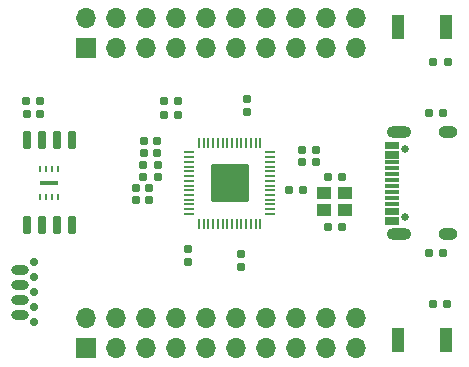
<source format=gts>
%TF.GenerationSoftware,KiCad,Pcbnew,(6.0.1)*%
%TF.CreationDate,2022-02-09T15:48:38+01:00*%
%TF.ProjectId,rp2040,72703230-3430-42e6-9b69-6361645f7063,rev?*%
%TF.SameCoordinates,PX8917370PY699e930*%
%TF.FileFunction,Soldermask,Top*%
%TF.FilePolarity,Negative*%
%FSLAX46Y46*%
G04 Gerber Fmt 4.6, Leading zero omitted, Abs format (unit mm)*
G04 Created by KiCad (PCBNEW (6.0.1)) date 2022-02-09 15:48:38*
%MOMM*%
%LPD*%
G01*
G04 APERTURE LIST*
G04 Aperture macros list*
%AMRoundRect*
0 Rectangle with rounded corners*
0 $1 Rounding radius*
0 $2 $3 $4 $5 $6 $7 $8 $9 X,Y pos of 4 corners*
0 Add a 4 corners polygon primitive as box body*
4,1,4,$2,$3,$4,$5,$6,$7,$8,$9,$2,$3,0*
0 Add four circle primitives for the rounded corners*
1,1,$1+$1,$2,$3*
1,1,$1+$1,$4,$5*
1,1,$1+$1,$6,$7*
1,1,$1+$1,$8,$9*
0 Add four rect primitives between the rounded corners*
20,1,$1+$1,$2,$3,$4,$5,0*
20,1,$1+$1,$4,$5,$6,$7,0*
20,1,$1+$1,$6,$7,$8,$9,0*
20,1,$1+$1,$8,$9,$2,$3,0*%
G04 Aperture macros list end*
%ADD10RoundRect,0.155000X-0.212500X-0.155000X0.212500X-0.155000X0.212500X0.155000X-0.212500X0.155000X0*%
%ADD11RoundRect,0.050000X0.050000X-0.387500X0.050000X0.387500X-0.050000X0.387500X-0.050000X-0.387500X0*%
%ADD12RoundRect,0.050000X0.387500X-0.050000X0.387500X0.050000X-0.387500X0.050000X-0.387500X-0.050000X0*%
%ADD13RoundRect,0.144000X1.456000X-1.456000X1.456000X1.456000X-1.456000X1.456000X-1.456000X-1.456000X0*%
%ADD14RoundRect,0.155000X0.212500X0.155000X-0.212500X0.155000X-0.212500X-0.155000X0.212500X-0.155000X0*%
%ADD15R,1.000000X2.000000*%
%ADD16RoundRect,0.160000X0.197500X0.160000X-0.197500X0.160000X-0.197500X-0.160000X0.197500X-0.160000X0*%
%ADD17RoundRect,0.155000X0.155000X-0.212500X0.155000X0.212500X-0.155000X0.212500X-0.155000X-0.212500X0*%
%ADD18RoundRect,0.155000X-0.155000X0.212500X-0.155000X-0.212500X0.155000X-0.212500X0.155000X0.212500X0*%
%ADD19C,0.650000*%
%ADD20R,1.150000X0.300000*%
%ADD21O,1.600000X1.000000*%
%ADD22O,2.100000X1.000000*%
%ADD23R,0.250000X0.600000*%
%ADD24RoundRect,0.150000X0.150000X-0.650000X0.150000X0.650000X-0.150000X0.650000X-0.150000X-0.650000X0*%
%ADD25R,1.600000X0.400000*%
%ADD26R,1.700000X1.700000*%
%ADD27O,1.700000X1.700000*%
%ADD28R,1.150000X1.000000*%
%ADD29C,0.700000*%
%ADD30O,1.500000X0.800000*%
%ADD31RoundRect,0.160000X-0.197500X-0.160000X0.197500X-0.160000X0.197500X0.160000X-0.197500X0.160000X0*%
G04 APERTURE END LIST*
D10*
%TO.C,C7*%
X25682500Y18300000D03*
X26817500Y18300000D03*
%TD*%
D11*
%TO.C,U3*%
X16950000Y12062500D03*
X17350000Y12062500D03*
X17750000Y12062500D03*
X18150000Y12062500D03*
X18550000Y12062500D03*
X18950000Y12062500D03*
X19350000Y12062500D03*
X19750000Y12062500D03*
X20150000Y12062500D03*
X20550000Y12062500D03*
X20950000Y12062500D03*
X21350000Y12062500D03*
X21750000Y12062500D03*
X22150000Y12062500D03*
D12*
X22987500Y12900000D03*
X22987500Y13300000D03*
X22987500Y13700000D03*
X22987500Y14100000D03*
X22987500Y14500000D03*
X22987500Y14900000D03*
X22987500Y15300000D03*
X22987500Y15700000D03*
X22987500Y16100000D03*
X22987500Y16500000D03*
X22987500Y16900000D03*
X22987500Y17300000D03*
X22987500Y17700000D03*
X22987500Y18100000D03*
D11*
X22150000Y18937500D03*
X21750000Y18937500D03*
X21350000Y18937500D03*
X20950000Y18937500D03*
X20550000Y18937500D03*
X20150000Y18937500D03*
X19750000Y18937500D03*
X19350000Y18937500D03*
X18950000Y18937500D03*
X18550000Y18937500D03*
X18150000Y18937500D03*
X17750000Y18937500D03*
X17350000Y18937500D03*
X16950000Y18937500D03*
D12*
X16112500Y18100000D03*
X16112500Y17700000D03*
X16112500Y17300000D03*
X16112500Y16900000D03*
X16112500Y16500000D03*
X16112500Y16100000D03*
X16112500Y15700000D03*
X16112500Y15300000D03*
X16112500Y14900000D03*
X16112500Y14500000D03*
X16112500Y14100000D03*
X16112500Y13700000D03*
X16112500Y13300000D03*
X16112500Y12900000D03*
D13*
X19550000Y15500000D03*
%TD*%
D14*
%TO.C,C9*%
X12717500Y15050000D03*
X11582500Y15050000D03*
%TD*%
D10*
%TO.C,C1*%
X2352500Y21370000D03*
X3487500Y21370000D03*
%TD*%
D15*
%TO.C,SW1*%
X33800000Y28750000D03*
X37900000Y28750000D03*
%TD*%
D16*
%TO.C,R3*%
X37597500Y9550000D03*
X36402500Y9550000D03*
%TD*%
D17*
%TO.C,C12*%
X21050000Y21482500D03*
X21050000Y22617500D03*
%TD*%
D10*
%TO.C,C14*%
X25682500Y17250000D03*
X26817500Y17250000D03*
%TD*%
D18*
%TO.C,C13*%
X20550000Y9517500D03*
X20550000Y8382500D03*
%TD*%
%TO.C,C11*%
X16050000Y9917500D03*
X16050000Y8782500D03*
%TD*%
D14*
%TO.C,C10*%
X13417500Y19050000D03*
X12282500Y19050000D03*
%TD*%
D16*
%TO.C,R2*%
X3517500Y22470000D03*
X2322500Y22470000D03*
%TD*%
D19*
%TO.C,J1*%
X34395000Y12610000D03*
X34395000Y18390000D03*
D20*
X33330000Y12150000D03*
X33330000Y12950000D03*
X33330000Y14250000D03*
X33330000Y15250000D03*
X33330000Y15750000D03*
X33330000Y16750000D03*
X33330000Y18050000D03*
X33330000Y18850000D03*
X33330000Y18550000D03*
X33330000Y17750000D03*
X33330000Y17250000D03*
X33330000Y16250000D03*
X33330000Y14750000D03*
X33330000Y13750000D03*
X33330000Y13250000D03*
X33330000Y12450000D03*
D21*
X38075000Y11180000D03*
X38075000Y19820000D03*
D22*
X33895000Y11180000D03*
X33895000Y19820000D03*
%TD*%
D16*
%TO.C,R7*%
X13447500Y17050000D03*
X12252500Y17050000D03*
%TD*%
D23*
%TO.C,U1*%
X3530000Y14320000D03*
D24*
X2390000Y11920000D03*
D23*
X4030000Y14320000D03*
D24*
X3660000Y11920000D03*
X4930000Y11920000D03*
D23*
X4530000Y14320000D03*
X5030000Y14320000D03*
D24*
X6200000Y11920000D03*
D23*
X5030000Y16720000D03*
D24*
X6200000Y19120000D03*
X4930000Y19120000D03*
D23*
X4530000Y16720000D03*
D24*
X3660000Y19120000D03*
D23*
X4030000Y16720000D03*
D24*
X2390000Y19120000D03*
D23*
X3530000Y16720000D03*
D25*
X4280000Y15520000D03*
%TD*%
D14*
%TO.C,C5*%
X29017500Y16050000D03*
X27882500Y16050000D03*
%TD*%
%TO.C,C8*%
X13417500Y18050000D03*
X12282500Y18050000D03*
%TD*%
D26*
%TO.C,J3*%
X7385000Y26925000D03*
D27*
X7385000Y29465000D03*
X9925000Y26925000D03*
X9925000Y29465000D03*
X12465000Y26925000D03*
X12465000Y29465000D03*
X15005000Y26925000D03*
X15005000Y29465000D03*
X17545000Y26925000D03*
X17545000Y29465000D03*
X20085000Y26925000D03*
X20085000Y29465000D03*
X22625000Y26925000D03*
X22625000Y29465000D03*
X25165000Y26925000D03*
X25165000Y29465000D03*
X27705000Y26925000D03*
X27705000Y29465000D03*
X30245000Y26925000D03*
X30245000Y29465000D03*
%TD*%
D28*
%TO.C,Y1*%
X29325000Y14650000D03*
X27575000Y14650000D03*
X27575000Y13250000D03*
X29325000Y13250000D03*
%TD*%
D29*
%TO.C,J4*%
X2955000Y8790000D03*
X2955000Y7520000D03*
X2955000Y6250000D03*
X2955000Y3710000D03*
X2955000Y4980000D03*
D30*
X1800000Y4345000D03*
X1800000Y5615000D03*
X1800000Y6885000D03*
X1800000Y8155000D03*
%TD*%
D31*
%TO.C,R5*%
X36752500Y5250000D03*
X37947500Y5250000D03*
%TD*%
D16*
%TO.C,R1*%
X37997500Y25750000D03*
X36802500Y25750000D03*
%TD*%
%TO.C,R6*%
X13447500Y16050000D03*
X12252500Y16050000D03*
%TD*%
D15*
%TO.C,SW2*%
X33800000Y2250000D03*
X37900000Y2250000D03*
%TD*%
D26*
%TO.C,J2*%
X7385000Y1525000D03*
D27*
X7385000Y4065000D03*
X9925000Y1525000D03*
X9925000Y4065000D03*
X12465000Y1525000D03*
X12465000Y4065000D03*
X15005000Y1525000D03*
X15005000Y4065000D03*
X17545000Y1525000D03*
X17545000Y4065000D03*
X20085000Y1525000D03*
X20085000Y4065000D03*
X22625000Y1525000D03*
X22625000Y4065000D03*
X25165000Y1525000D03*
X25165000Y4065000D03*
X27705000Y1525000D03*
X27705000Y4065000D03*
X30245000Y1525000D03*
X30245000Y4065000D03*
%TD*%
D14*
%TO.C,C4*%
X29017500Y11750000D03*
X27882500Y11750000D03*
%TD*%
D17*
%TO.C,C16*%
X15150000Y21282500D03*
X15150000Y22417500D03*
%TD*%
D31*
%TO.C,R4*%
X36402500Y21450000D03*
X37597500Y21450000D03*
%TD*%
D17*
%TO.C,C15*%
X14000000Y21282500D03*
X14000000Y22417500D03*
%TD*%
D14*
%TO.C,C6*%
X12717500Y14050000D03*
X11582500Y14050000D03*
%TD*%
D16*
%TO.C,R8*%
X25747500Y14950000D03*
X24552500Y14950000D03*
%TD*%
M02*

</source>
